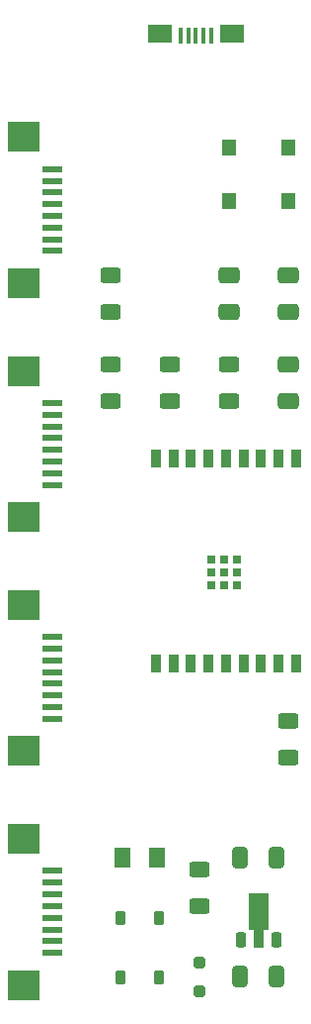
<source format=gbr>
%TF.GenerationSoftware,KiCad,Pcbnew,8.0.4-8.0.4-0~ubuntu22.04.1*%
%TF.CreationDate,2024-09-22T16:22:26+03:00*%
%TF.ProjectId,PM-ESPC3,504d2d45-5350-4433-932e-6b696361645f,rev?*%
%TF.SameCoordinates,Original*%
%TF.FileFunction,Paste,Top*%
%TF.FilePolarity,Positive*%
%FSLAX46Y46*%
G04 Gerber Fmt 4.6, Leading zero omitted, Abs format (unit mm)*
G04 Created by KiCad (PCBNEW 8.0.4-8.0.4-0~ubuntu22.04.1) date 2024-09-22 16:22:26*
%MOMM*%
%LPD*%
G01*
G04 APERTURE LIST*
G04 Aperture macros list*
%AMRoundRect*
0 Rectangle with rounded corners*
0 $1 Rounding radius*
0 $2 $3 $4 $5 $6 $7 $8 $9 X,Y pos of 4 corners*
0 Add a 4 corners polygon primitive as box body*
4,1,4,$2,$3,$4,$5,$6,$7,$8,$9,$2,$3,0*
0 Add four circle primitives for the rounded corners*
1,1,$1+$1,$2,$3*
1,1,$1+$1,$4,$5*
1,1,$1+$1,$6,$7*
1,1,$1+$1,$8,$9*
0 Add four rect primitives between the rounded corners*
20,1,$1+$1,$2,$3,$4,$5,0*
20,1,$1+$1,$4,$5,$6,$7,0*
20,1,$1+$1,$6,$7,$8,$9,0*
20,1,$1+$1,$8,$9,$2,$3,0*%
%AMFreePoly0*
4,1,9,3.862500,-0.866500,0.737500,-0.866500,0.737500,-0.450000,-0.737500,-0.450000,-0.737500,0.450000,0.737500,0.450000,0.737500,0.866500,3.862500,0.866500,3.862500,-0.866500,3.862500,-0.866500,$1*%
G04 Aperture macros list end*
%ADD10R,1.244600X1.346200*%
%ADD11R,0.889000X1.498600*%
%ADD12R,0.711200X0.711200*%
%ADD13RoundRect,0.225000X0.225000X-0.425000X0.225000X0.425000X-0.225000X0.425000X-0.225000X-0.425000X0*%
%ADD14FreePoly0,90.000000*%
%ADD15R,0.406400X1.350000*%
%ADD16R,2.108200X1.600200*%
%ADD17RoundRect,0.250000X0.412500X0.650000X-0.412500X0.650000X-0.412500X-0.650000X0.412500X-0.650000X0*%
%ADD18RoundRect,0.250000X0.250000X-0.250000X0.250000X0.250000X-0.250000X0.250000X-0.250000X-0.250000X0*%
%ADD19RoundRect,0.250000X0.625000X-0.400000X0.625000X0.400000X-0.625000X0.400000X-0.625000X-0.400000X0*%
%ADD20RoundRect,0.250000X0.650000X-0.412500X0.650000X0.412500X-0.650000X0.412500X-0.650000X-0.412500X0*%
%ADD21R,2.800000X2.500000*%
%ADD22R,1.700000X0.600000*%
%ADD23RoundRect,0.250001X-0.462499X-0.624999X0.462499X-0.624999X0.462499X0.624999X-0.462499X0.624999X0*%
%ADD24RoundRect,0.250000X-0.625000X0.400000X-0.625000X-0.400000X0.625000X-0.400000X0.625000X0.400000X0*%
%ADD25RoundRect,0.225000X0.225000X0.375000X-0.225000X0.375000X-0.225000X-0.375000X0.225000X-0.375000X0*%
G04 APERTURE END LIST*
D10*
%TO.C,SW2*%
X12700000Y35306000D03*
X12700000Y30734000D03*
%TD*%
D11*
%TO.C,U1*%
X13369998Y8750000D03*
X11869999Y8750000D03*
X10369999Y8750000D03*
X8870000Y8750000D03*
X7370000Y8750000D03*
X5870000Y8750000D03*
X4369998Y8750000D03*
X2869999Y8750000D03*
X1369999Y8750000D03*
X1370002Y-8750000D03*
X2870001Y-8750000D03*
X4370001Y-8750000D03*
X5870000Y-8750000D03*
X7370000Y-8750000D03*
X8870000Y-8750000D03*
X10370002Y-8750000D03*
X11870001Y-8750000D03*
X13370001Y-8750000D03*
D12*
X8270000Y140000D03*
X7170000Y140000D03*
X6070000Y140000D03*
X8270000Y-960000D03*
X7170000Y-960000D03*
X6070000Y-960000D03*
X8270000Y-2060000D03*
X7170000Y-2060000D03*
X6070000Y-2060000D03*
%TD*%
D13*
%TO.C,U2*%
X8660000Y-32430000D03*
D14*
X10160000Y-32342500D03*
D13*
X11660000Y-32430000D03*
%TD*%
D15*
%TO.C,J1*%
X6095000Y44949892D03*
X5445014Y44949892D03*
X4795028Y44949892D03*
X4145042Y44949892D03*
D16*
X7895027Y45075000D03*
D15*
X3495056Y44949892D03*
D16*
X1695029Y45075000D03*
%TD*%
D17*
%TO.C,C4*%
X11722500Y-35560000D03*
X8597500Y-35560000D03*
%TD*%
D18*
%TO.C,D3*%
X5080000Y-36810000D03*
X5080000Y-34310000D03*
%TD*%
D19*
%TO.C,R4*%
X-2540000Y21310000D03*
X-2540000Y24410000D03*
%TD*%
D20*
%TO.C,C3*%
X12700000Y21297500D03*
X12700000Y24422500D03*
%TD*%
D21*
%TO.C,J2*%
X-9975000Y-3750000D03*
X-9975000Y-16250000D03*
D22*
X-7525000Y-6500000D03*
X-7525000Y-7500000D03*
X-7525000Y-8500000D03*
X-7525000Y-9500000D03*
X-7525000Y-10500000D03*
X-7525000Y-11500000D03*
X-7525000Y-12500000D03*
X-7525000Y-13500000D03*
%TD*%
D20*
%TO.C,C1*%
X7620000Y21297500D03*
X7620000Y24422500D03*
%TD*%
D21*
%TO.C,J6*%
X-9975000Y16250000D03*
X-9975000Y3750000D03*
D22*
X-7525000Y13500000D03*
X-7525000Y12500000D03*
X-7525000Y11500000D03*
X-7525000Y10500000D03*
X-7525000Y9500000D03*
X-7525000Y8500000D03*
X-7525000Y7500000D03*
X-7525000Y6500000D03*
%TD*%
D23*
%TO.C,D4*%
X-1487500Y-25400000D03*
X1487500Y-25400000D03*
%TD*%
D24*
%TO.C,R5*%
X5080000Y-26390000D03*
X5080000Y-29490000D03*
%TD*%
D25*
%TO.C,D1*%
X1650000Y-30500000D03*
X-1650000Y-30500000D03*
%TD*%
D24*
%TO.C,R2*%
X2540000Y16790000D03*
X2540000Y13690000D03*
%TD*%
D19*
%TO.C,R3*%
X-2540000Y13690000D03*
X-2540000Y16790000D03*
%TD*%
D25*
%TO.C,D2*%
X1650000Y-35580000D03*
X-1650000Y-35580000D03*
%TD*%
D10*
%TO.C,SW1*%
X7620000Y35306000D03*
X7620000Y30734000D03*
%TD*%
D21*
%TO.C,J5*%
X-9975000Y36250000D03*
X-9975000Y23750000D03*
D22*
X-7525000Y33500000D03*
X-7525000Y32500000D03*
X-7525000Y31500000D03*
X-7525000Y30500000D03*
X-7525000Y29500000D03*
X-7525000Y28500000D03*
X-7525000Y27500000D03*
X-7525000Y26500000D03*
%TD*%
D19*
%TO.C,R1*%
X7620000Y13690000D03*
X7620000Y16790000D03*
%TD*%
D21*
%TO.C,J7*%
X-9975000Y-23750000D03*
X-9975000Y-36250000D03*
D22*
X-7525000Y-26500000D03*
X-7525000Y-27500000D03*
X-7525000Y-28500000D03*
X-7525000Y-29500000D03*
X-7525000Y-30500000D03*
X-7525000Y-31500000D03*
X-7525000Y-32500000D03*
X-7525000Y-33500000D03*
%TD*%
D20*
%TO.C,C2*%
X12700000Y13677500D03*
X12700000Y16802500D03*
%TD*%
D17*
%TO.C,C5*%
X11702500Y-25400000D03*
X8577500Y-25400000D03*
%TD*%
D19*
%TO.C,R8*%
X12700000Y-16790000D03*
X12700000Y-13690000D03*
%TD*%
M02*

</source>
